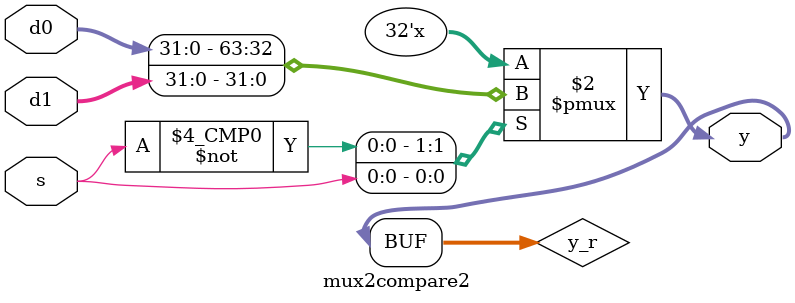
<source format=v>
module mux4alu1 (d0, d1, d2, s, y);
    
    input  [31:0] d0, d1, d2;
    input  [1:0] s;
    output [31:0] y;
    
    reg [31:0] y_r;
    
    always @( * ) begin
        case ( s )
            2'b00: y_r = d0;
            2'b01: y_r = d1;
            2'b10: y_r = d2;
            default: ;
        endcase             
    end 
    
    assign y = y_r;
        
endmodule

module mux4alu2 (d0, d1, d2,s, y);
    
    input  [31:0] d0, d1, d2;
    input  [1:0] s;
    output [31:0] y;
    
    reg [31:0] y_r;
    
    always @( * ) begin
        case ( s )
            2'b00: y_r = d0;
            2'b01: y_r = d1;
            2'b10: y_r = d2;
            default: ;
        endcase             
    end 
    
    assign y = y_r;
        
endmodule

module mux2compare1 (d0, d1, s, y);
    
    input  [31:0] d0, d1;
    input  s;
    output [31:0] y;
    
    reg [31:0] y_r;
    
    always @( * ) begin
        case ( s )
            0: y_r = d0;
            1: y_r = d1;
            default: ;
        endcase             
    end 
    
    assign y = y_r;
        
endmodule

module mux2compare2 (d0, d1,s, y);
    
    input  [31:0] d0, d1;
    input  s;
    output [31:0] y;
    
    reg [31:0] y_r;
    
    always @( * ) begin
        case ( s )
            0: y_r = d0;
            1: y_r = d1;
            default: ;
        endcase             
    end 
    
    assign y = y_r;
        
endmodule

</source>
